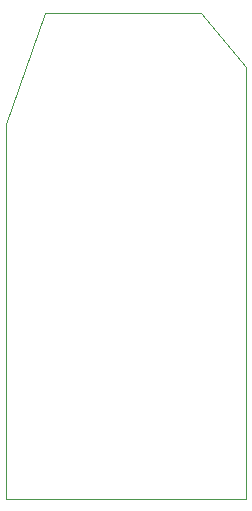
<source format=gm1>
G04 #@! TF.GenerationSoftware,KiCad,Pcbnew,(5.1.6)-1*
G04 #@! TF.CreationDate,2020-07-21T10:16:09+03:00*
G04 #@! TF.ProjectId,C64_8Kernal,4336345f-384b-4657-926e-616c2e6b6963,rev?*
G04 #@! TF.SameCoordinates,Original*
G04 #@! TF.FileFunction,Profile,NP*
%FSLAX46Y46*%
G04 Gerber Fmt 4.6, Leading zero omitted, Abs format (unit mm)*
G04 Created by KiCad (PCBNEW (5.1.6)-1) date 2020-07-21 10:16:09*
%MOMM*%
%LPD*%
G01*
G04 APERTURE LIST*
G04 #@! TA.AperFunction,Profile*
%ADD10C,0.050000*%
G04 #@! TD*
G04 APERTURE END LIST*
D10*
X139700000Y-102616000D02*
X119380000Y-102616000D01*
X139700000Y-66040000D02*
X139700000Y-102616000D01*
X135890000Y-61500000D02*
X139700000Y-66040000D01*
X122682000Y-61468000D02*
X135890000Y-61500000D01*
X119380000Y-70866000D02*
X122682000Y-61468000D01*
X119380000Y-102616000D02*
X119380000Y-70866000D01*
M02*

</source>
